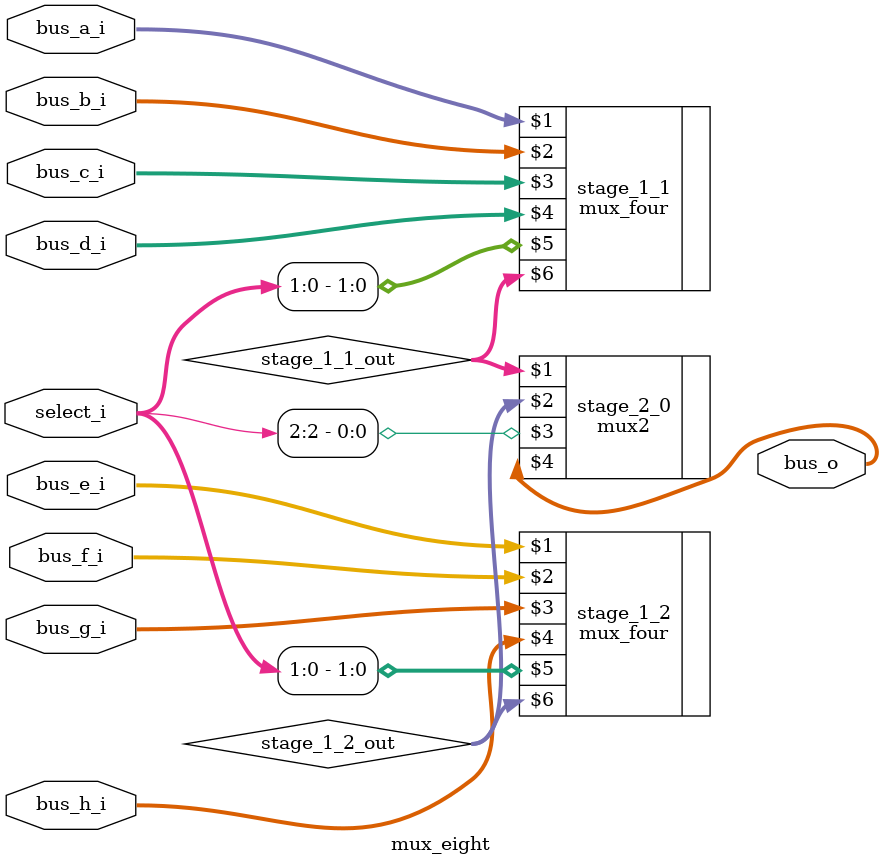
<source format=sv>
/* 
 *
 *
 * @file  mux_eight.sv
 * @autor Luis Arturo Mora Granados
 * @date  14/09/2018
 * @src   Based on code found in Harris, D., & Harris, S. 
 *        Digital design and computer architecture. Elsevier. 2012.
 */

module mux_eight #(WIDTH = 8)
(
     input logic [WIDTH-1:0] bus_a_i, bus_b_i, bus_c_i, bus_d_i, 
     input logic [WIDTH-1:0] bus_e_i, bus_f_i, bus_g_i, bus_h_i,
     input logic [2:0]      select_i,
    output logic [WIDTH-1:0] bus_o);
    
    logic[WIDTH-1:0]  stage_1_1_out, stage_1_2_out;
    mux_four #(WIDTH) stage_1_1(bus_a_i, bus_b_i, bus_c_i, bus_d_i, select_i[1:0], stage_1_1_out);
    mux_four #(WIDTH) stage_1_2(bus_e_i, bus_f_i, bus_g_i, bus_h_i, select_i[1:0], stage_1_2_out);
    mux2     #(WIDTH) stage_2_0(stage_1_1_out, stage_1_2_out, select_i[2], bus_o);
endmodule

</source>
